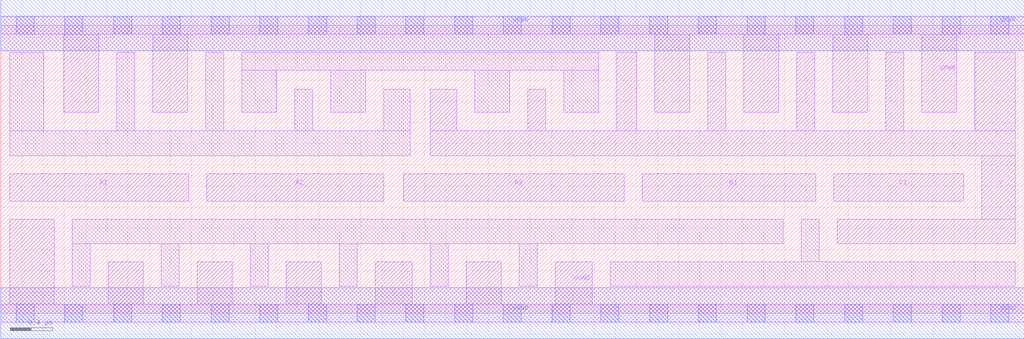
<source format=lef>
# Copyright 2020 The SkyWater PDK Authors
#
# Licensed under the Apache License, Version 2.0 (the "License");
# you may not use this file except in compliance with the License.
# You may obtain a copy of the License at
#
#     https://www.apache.org/licenses/LICENSE-2.0
#
# Unless required by applicable law or agreed to in writing, software
# distributed under the License is distributed on an "AS IS" BASIS,
# WITHOUT WARRANTIES OR CONDITIONS OF ANY KIND, either express or implied.
# See the License for the specific language governing permissions and
# limitations under the License.
#
# SPDX-License-Identifier: Apache-2.0

VERSION 5.7 ;
  NAMESCASESENSITIVE ON ;
  NOWIREEXTENSIONATPIN ON ;
  DIVIDERCHAR "/" ;
  BUSBITCHARS "[]" ;
UNITS
  DATABASE MICRONS 200 ;
END UNITS
MACRO sky130_fd_sc_hd__o311ai_4
  CLASS CORE ;
  SOURCE USER ;
  FOREIGN sky130_fd_sc_hd__o311ai_4 ;
  ORIGIN  0.000000  0.000000 ;
  SIZE  9.660000 BY  2.720000 ;
  SYMMETRY X Y R90 ;
  SITE unithd ;
  PIN A1
    ANTENNAGATEAREA  0.990000 ;
    DIRECTION INPUT ;
    USE SIGNAL ;
    PORT
      LAYER li1 ;
        RECT 0.085000 1.055000 1.775000 1.315000 ;
    END
  END A1
  PIN A2
    ANTENNAGATEAREA  0.990000 ;
    DIRECTION INPUT ;
    USE SIGNAL ;
    PORT
      LAYER li1 ;
        RECT 1.945000 1.055000 3.615000 1.315000 ;
    END
  END A2
  PIN A3
    ANTENNAGATEAREA  0.990000 ;
    DIRECTION INPUT ;
    USE SIGNAL ;
    PORT
      LAYER li1 ;
        RECT 3.805000 1.055000 5.885000 1.315000 ;
    END
  END A3
  PIN B1
    ANTENNAGATEAREA  0.990000 ;
    DIRECTION INPUT ;
    USE SIGNAL ;
    PORT
      LAYER li1 ;
        RECT 6.055000 1.055000 7.695000 1.315000 ;
    END
  END B1
  PIN C1
    ANTENNAGATEAREA  0.990000 ;
    DIRECTION INPUT ;
    USE SIGNAL ;
    PORT
      LAYER li1 ;
        RECT 7.865000 1.055000 9.090000 1.315000 ;
    END
  END C1
  PIN Y
    ANTENNADIFFAREA  2.241000 ;
    DIRECTION OUTPUT ;
    USE SIGNAL ;
    PORT
      LAYER li1 ;
        RECT 4.055000 1.485000 9.575000 1.725000 ;
        RECT 4.055000 1.725000 4.305000 2.115000 ;
        RECT 4.975000 1.725000 5.145000 2.115000 ;
        RECT 5.815000 1.725000 6.005000 2.465000 ;
        RECT 6.675000 1.725000 6.845000 2.465000 ;
        RECT 7.515000 1.725000 7.685000 2.465000 ;
        RECT 7.895000 0.655000 9.575000 0.885000 ;
        RECT 8.355000 1.725000 8.525000 2.465000 ;
        RECT 9.195000 1.725000 9.575000 2.465000 ;
        RECT 9.260000 0.885000 9.575000 1.485000 ;
    END
  END Y
  PIN VGND
    DIRECTION INOUT ;
    SHAPE ABUTMENT ;
    USE GROUND ;
    PORT
      LAYER li1 ;
        RECT 0.000000 -0.085000 9.660000 0.085000 ;
        RECT 0.085000  0.085000 0.505000 0.885000 ;
        RECT 1.015000  0.085000 1.345000 0.485000 ;
        RECT 1.855000  0.085000 2.185000 0.485000 ;
        RECT 2.695000  0.085000 3.025000 0.485000 ;
        RECT 3.535000  0.085000 3.885000 0.485000 ;
        RECT 4.395000  0.085000 4.725000 0.485000 ;
        RECT 5.235000  0.085000 5.585000 0.485000 ;
      LAYER mcon ;
        RECT 0.145000 -0.085000 0.315000 0.085000 ;
        RECT 0.605000 -0.085000 0.775000 0.085000 ;
        RECT 1.065000 -0.085000 1.235000 0.085000 ;
        RECT 1.525000 -0.085000 1.695000 0.085000 ;
        RECT 1.985000 -0.085000 2.155000 0.085000 ;
        RECT 2.445000 -0.085000 2.615000 0.085000 ;
        RECT 2.905000 -0.085000 3.075000 0.085000 ;
        RECT 3.365000 -0.085000 3.535000 0.085000 ;
        RECT 3.825000 -0.085000 3.995000 0.085000 ;
        RECT 4.285000 -0.085000 4.455000 0.085000 ;
        RECT 4.745000 -0.085000 4.915000 0.085000 ;
        RECT 5.205000 -0.085000 5.375000 0.085000 ;
        RECT 5.665000 -0.085000 5.835000 0.085000 ;
        RECT 6.125000 -0.085000 6.295000 0.085000 ;
        RECT 6.585000 -0.085000 6.755000 0.085000 ;
        RECT 7.045000 -0.085000 7.215000 0.085000 ;
        RECT 7.505000 -0.085000 7.675000 0.085000 ;
        RECT 7.965000 -0.085000 8.135000 0.085000 ;
        RECT 8.425000 -0.085000 8.595000 0.085000 ;
        RECT 8.885000 -0.085000 9.055000 0.085000 ;
        RECT 9.345000 -0.085000 9.515000 0.085000 ;
      LAYER met1 ;
        RECT 0.000000 -0.240000 9.660000 0.240000 ;
    END
  END VGND
  PIN VPWR
    DIRECTION INOUT ;
    SHAPE ABUTMENT ;
    USE POWER ;
    PORT
      LAYER li1 ;
        RECT 0.000000 2.635000 9.660000 2.805000 ;
        RECT 0.595000 1.895000 0.925000 2.635000 ;
        RECT 1.435000 1.895000 1.765000 2.635000 ;
        RECT 6.175000 1.895000 6.505000 2.635000 ;
        RECT 7.015000 1.895000 7.345000 2.635000 ;
        RECT 7.855000 1.895000 8.185000 2.635000 ;
        RECT 8.695000 1.895000 9.025000 2.635000 ;
      LAYER mcon ;
        RECT 0.145000 2.635000 0.315000 2.805000 ;
        RECT 0.605000 2.635000 0.775000 2.805000 ;
        RECT 1.065000 2.635000 1.235000 2.805000 ;
        RECT 1.525000 2.635000 1.695000 2.805000 ;
        RECT 1.985000 2.635000 2.155000 2.805000 ;
        RECT 2.445000 2.635000 2.615000 2.805000 ;
        RECT 2.905000 2.635000 3.075000 2.805000 ;
        RECT 3.365000 2.635000 3.535000 2.805000 ;
        RECT 3.825000 2.635000 3.995000 2.805000 ;
        RECT 4.285000 2.635000 4.455000 2.805000 ;
        RECT 4.745000 2.635000 4.915000 2.805000 ;
        RECT 5.205000 2.635000 5.375000 2.805000 ;
        RECT 5.665000 2.635000 5.835000 2.805000 ;
        RECT 6.125000 2.635000 6.295000 2.805000 ;
        RECT 6.585000 2.635000 6.755000 2.805000 ;
        RECT 7.045000 2.635000 7.215000 2.805000 ;
        RECT 7.505000 2.635000 7.675000 2.805000 ;
        RECT 7.965000 2.635000 8.135000 2.805000 ;
        RECT 8.425000 2.635000 8.595000 2.805000 ;
        RECT 8.885000 2.635000 9.055000 2.805000 ;
        RECT 9.345000 2.635000 9.515000 2.805000 ;
      LAYER met1 ;
        RECT 0.000000 2.480000 9.660000 2.960000 ;
    END
  END VPWR
  OBS
    LAYER li1 ;
      RECT 0.085000 1.485000 3.865000 1.725000 ;
      RECT 0.085000 1.725000 0.405000 2.465000 ;
      RECT 0.675000 0.255000 0.845000 0.655000 ;
      RECT 0.675000 0.655000 7.385000 0.885000 ;
      RECT 1.095000 1.725000 1.265000 2.465000 ;
      RECT 1.515000 0.255000 1.685000 0.655000 ;
      RECT 1.935000 1.725000 2.105000 2.465000 ;
      RECT 2.275000 1.895000 2.605000 2.295000 ;
      RECT 2.275000 2.295000 5.645000 2.465000 ;
      RECT 2.355000 0.255000 2.525000 0.655000 ;
      RECT 2.775000 1.725000 2.945000 2.115000 ;
      RECT 3.115000 1.895000 3.445000 2.295000 ;
      RECT 3.195000 0.255000 3.365000 0.655000 ;
      RECT 3.615000 1.725000 3.865000 2.115000 ;
      RECT 4.055000 0.255000 4.225000 0.655000 ;
      RECT 4.475000 1.895000 4.805000 2.295000 ;
      RECT 4.895000 0.255000 5.065000 0.655000 ;
      RECT 5.315000 1.895000 5.645000 2.295000 ;
      RECT 5.755000 0.255000 9.575000 0.485000 ;
      RECT 7.555000 0.485000 7.725000 0.885000 ;
  END
END sky130_fd_sc_hd__o311ai_4
END LIBRARY

</source>
